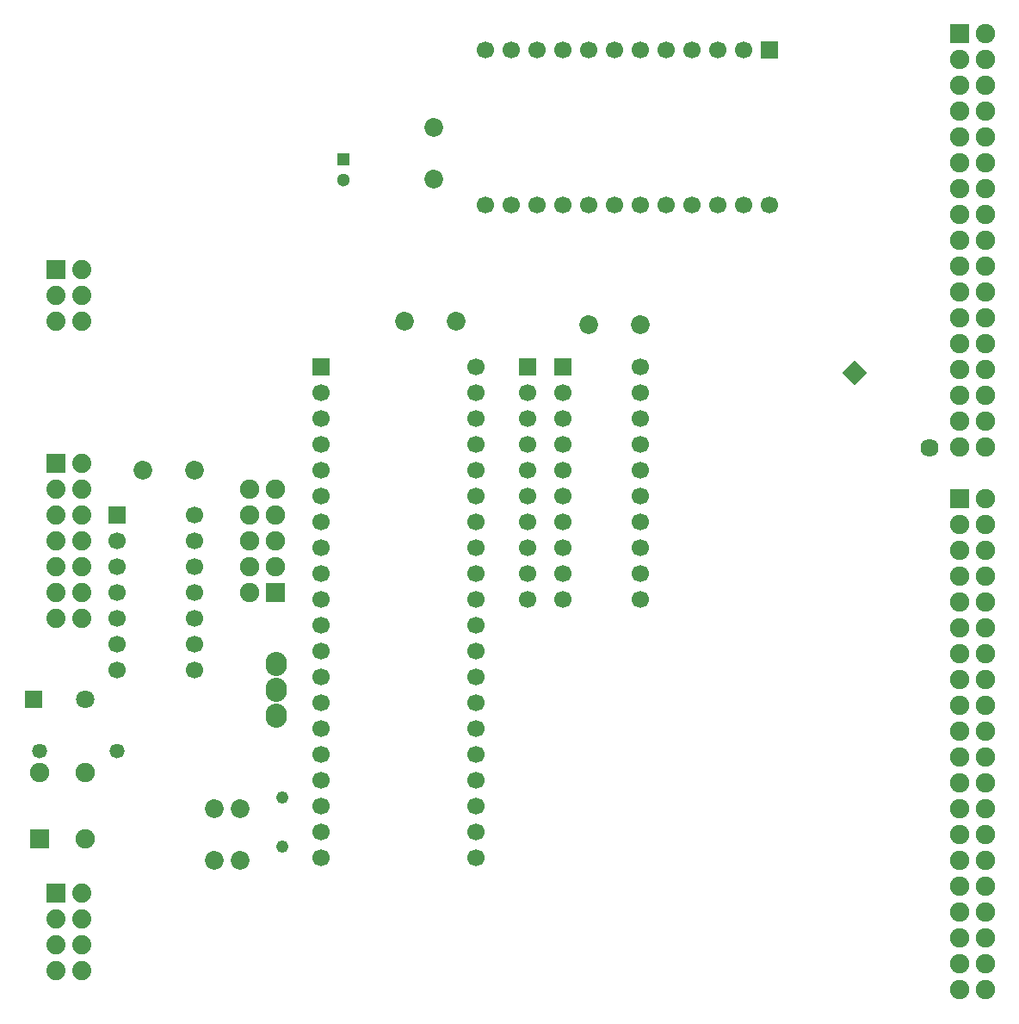
<source format=gbr>
G04 DipTrace 4.3.0.5*
G04 BottomMask.gbr*
%MOMM*%
G04 #@! TF.FileFunction,Soldermask,Bot*
G04 #@! TF.Part,Single*
%AMOUTLINE1*
4,1,4,
0.0,1.26572,
1.26572,0.0,
0.0,-1.26572,
-1.26572,0.0,
0.0,1.26572,
0*%
%ADD31R,1.7X1.7*%
%ADD32C,1.7*%
%ADD54C,1.23*%
%ADD56C,1.3*%
%ADD57R,1.3X1.3*%
%ADD58C,1.47*%
%ADD60C,1.47*%
%ADD62O,2.105X2.359*%
%ADD64C,1.89*%
%ADD66R,1.89X1.89*%
%ADD68C,1.9*%
%ADD69R,1.9X1.9*%
%ADD70C,1.91*%
%ADD72R,1.91X1.91*%
%ADD74C,1.79*%
%ADD76R,1.8X1.8*%
%ADD78C,1.8*%
%ADD82C,1.85*%
%ADD89OUTLINE1*%
%FSLAX35Y35*%
G04*
G71*
G90*
G75*
G01*
G04 BotMask*
%LPD*%
D82*
X-5651507Y3778250D3*
X-5651493Y3270250D3*
D57*
X-6540503Y3465500D3*
D56*
X-6540497Y3265500D3*
D82*
X-8509000Y412750D3*
X-8001000D3*
X-5429250Y1873250D3*
X-5937250D3*
D78*
X-9080500Y-1841500D3*
D76*
X-9588500D3*
D82*
X-7810500Y-3429000D3*
Y-2921000D3*
X-7556500Y-3429000D3*
Y-2921000D3*
X-3619500Y1841500D3*
X-4127500D3*
D89*
X-1513524Y1370651D3*
D74*
X-772476Y629603D3*
D72*
X-476250Y127000D3*
D70*
X-222250D3*
X-476250Y-127000D3*
X-222250D3*
X-476250Y-381000D3*
X-222250D3*
X-476250Y-635000D3*
X-222250D3*
X-476250Y-889000D3*
X-222250D3*
X-476250Y-1143000D3*
X-222250D3*
X-476250Y-1397000D3*
X-222250D3*
X-476250Y-1651000D3*
X-222250D3*
X-476250Y-1905000D3*
X-222250D3*
X-476250Y-2159000D3*
X-222250D3*
X-476250Y-2413000D3*
X-222250D3*
X-476250Y-2667000D3*
X-222250D3*
X-476250Y-2921000D3*
X-222250D3*
X-476250Y-3175000D3*
X-222250D3*
X-476250Y-3429000D3*
X-222250D3*
X-476250Y-3683000D3*
X-222250D3*
X-476250Y-3937000D3*
X-222250D3*
X-476250Y-4191000D3*
X-222250D3*
X-476250Y-4445000D3*
X-222250D3*
X-476250Y-4699000D3*
X-222250D3*
D72*
X-476250Y4699000D3*
D70*
X-222250D3*
X-476250Y4445000D3*
X-222250D3*
X-476250Y4191000D3*
X-222250D3*
X-476250Y3937000D3*
X-222250D3*
X-476250Y3683000D3*
X-222250D3*
X-476250Y3429000D3*
X-222250D3*
X-476250Y3175000D3*
X-222250D3*
X-476250Y2921000D3*
X-222250D3*
X-476250Y2667000D3*
X-222250D3*
X-476250Y2413000D3*
X-222250D3*
X-476250Y2159000D3*
X-222250D3*
X-476250Y1905000D3*
X-222250D3*
X-476250Y1651000D3*
X-222250D3*
X-476250Y1397000D3*
X-222250D3*
X-476250Y1143000D3*
X-222250D3*
X-476250Y889000D3*
X-222250D3*
X-476250Y635000D3*
X-222250D3*
D69*
X-7207241Y-793748D3*
D68*
X-7461241Y-793752D3*
X-7207245Y-539748D3*
X-7461245Y-539752D3*
X-7207250Y-285748D3*
X-7461250Y-285752D3*
X-7207255Y-31748D3*
X-7461255Y-31752D3*
X-7207259Y222252D3*
X-7461259Y222248D3*
D66*
X-9366250Y-3746500D3*
D64*
X-9112250D3*
X-9366250Y-4000500D3*
X-9112250D3*
X-9366250Y-4254500D3*
X-9112250D3*
X-9366250Y-4508500D3*
X-9112250D3*
D66*
X-9366250Y476250D3*
D64*
X-9112250D3*
X-9366250Y222250D3*
X-9112250D3*
X-9366250Y-31750D3*
X-9112250D3*
X-9366250Y-285750D3*
X-9112250D3*
X-9366250Y-539750D3*
X-9112250D3*
X-9366250Y-793750D3*
X-9112250D3*
X-9366250Y-1047750D3*
X-9112250D3*
D62*
X-7202583Y-1495553D3*
X-7202573Y-2003550D3*
X-7202577Y-1749553D3*
D60*
X-9525000Y-2349508D3*
D58*
X-8763000Y-2349492D3*
D31*
X-4730750Y1428750D3*
D32*
Y1174750D3*
Y920750D3*
Y666750D3*
Y412750D3*
Y158750D3*
Y-95250D3*
Y-349250D3*
Y-603250D3*
Y-857250D3*
D69*
X-9527750Y-3214250D3*
D68*
X-9077750D3*
Y-2564250D3*
X-9527750D3*
D31*
X-2349500Y4540250D3*
D32*
X-2603500D3*
X-2857500D3*
X-3111500D3*
X-3365500D3*
X-3619500D3*
X-3873500D3*
X-4127500D3*
X-4381500D3*
X-4635500D3*
X-4889500D3*
X-5143500D3*
Y3016250D3*
X-4889500D3*
X-4635500D3*
X-4381500D3*
X-4127500D3*
X-3873500D3*
X-3619500D3*
X-3365500D3*
X-3111500D3*
X-2857500D3*
X-2603500D3*
X-2349500D3*
D31*
X-6762821Y1428728D3*
D32*
X-6762813Y1174728D3*
X-6762806Y920728D3*
X-6762798Y666728D3*
X-6762791Y412728D3*
X-6762783Y158728D3*
X-6762776Y-95272D3*
X-6762769Y-349272D3*
X-6762761Y-603272D3*
X-6762754Y-857272D3*
X-6762746Y-1111272D3*
X-6762739Y-1365272D3*
X-6762731Y-1619272D3*
X-6762724Y-1873272D3*
X-6762716Y-2127272D3*
X-6762709Y-2381272D3*
X-6762701Y-2635272D3*
X-6762694Y-2889272D3*
X-6762686Y-3143272D3*
X-6762679Y-3397272D3*
X-5238679Y-3397228D3*
X-5238686Y-3143228D3*
X-5238694Y-2889228D3*
X-5238701Y-2635228D3*
X-5238709Y-2381228D3*
X-5238716Y-2127228D3*
X-5238724Y-1873228D3*
X-5238731Y-1619228D3*
X-5238739Y-1365228D3*
X-5238746Y-1111228D3*
X-5238754Y-857228D3*
X-5238761Y-603228D3*
X-5238769Y-349228D3*
X-5238776Y-95228D3*
X-5238783Y158772D3*
X-5238791Y412772D3*
X-5238798Y666772D3*
X-5238806Y920772D3*
X-5238813Y1174772D3*
X-5238821Y1428772D3*
D31*
X-8763000Y-31750D3*
D32*
Y-285750D3*
Y-539750D3*
Y-793750D3*
Y-1047750D3*
Y-1301750D3*
Y-1555750D3*
X-8001000D3*
Y-1301750D3*
Y-1047750D3*
Y-793750D3*
Y-539750D3*
Y-285750D3*
Y-31750D3*
D31*
X-4381500Y1428750D3*
D32*
Y1174750D3*
Y920750D3*
Y666750D3*
Y412747D3*
Y158747D3*
Y-95250D3*
Y-349253D3*
Y-603253D3*
Y-857250D3*
X-3619500Y1428747D3*
Y1174747D3*
Y920747D3*
Y666750D3*
Y412747D3*
Y158747D3*
Y-95250D3*
Y-349253D3*
Y-603253D3*
Y-857250D3*
D54*
X-7143750Y-2804000D3*
Y-3292000D3*
D66*
X-9366250Y2381250D3*
D64*
X-9112250D3*
X-9366250Y2127250D3*
X-9112250D3*
X-9366250Y1873250D3*
X-9112250D3*
M02*

</source>
